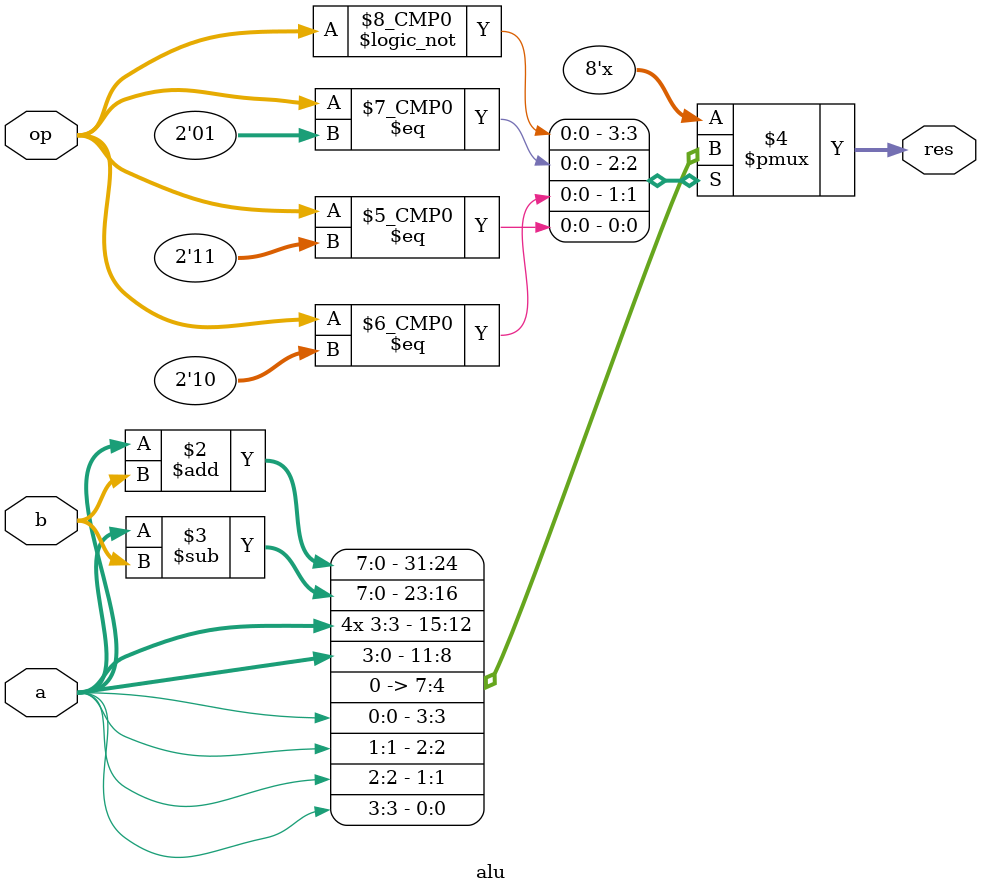
<source format=v>
`timescale 1ns / 1ps


module alu(
    input  wire [3:0] a,    // 操作数 A
    input  wire [3:0] b,    // 操作数 B
    input  wire [1:0] op,   // 操作码
    output reg  [7:0] res   // 结果输出 (8位宽，防止溢出)
);
    
    //============================================================================
    // 组合逻辑电路 (Combinational Logic)
    //============================================================================
    // 使用 always @(*) 描述纯组合逻辑，敏感列表自动推断。
    always @(*) begin
        case(op)
            //--------------------------------------------------------------------
            // OP 00: 加法 (Addition)
            //--------------------------------------------------------------------
            // 4-bit + 4-bit -> 8-bit
            // 结果自动零扩展 (Zero Extension) 存入 8位 寄存器。
            2'b00: res = a + b;
            
            //--------------------------------------------------------------------
            // OP 01: 减法 (Subtraction)
            //--------------------------------------------------------------------
            // 4-bit - 4-bit -> 8-bit
            // 注意：此处按照无符号数处理。如果结果为负，在 8位 空间中表现为补码。
            // Example: 3 - 5 = -2 -> 8'b1111_1110 (in 8-bit 2's complement)
            // 但是 Verilog 默认行为可能导致仅低位计算后被零扩展，具体取决于综合器优化。
            2'b01: res = a - b;
            
            //--------------------------------------------------------------------
            // OP 10: 符号位扩展 (Sign Extension) - [关键语法]
            //--------------------------------------------------------------------
            // 语法: {{重复次数{内容}}, 原始内容}
            // 逻辑: 取 a 的最高位 (MSB, a[3]) 重复 4 次，拼接到 a 的高位。
            // 目的: 将 4位 有符号数无损转换为 8位 有符号数。
            // Example: a=1000 (-8) -> res=1111_1000 (-8)
            
            2'b10: res = {{4{a[3]}}, a};
            
            //--------------------------------------------------------------------
            // OP 11: 比特翻转 (Bit Reversal) - [关键语法]
            //--------------------------------------------------------------------
            // 语法: {信号1, 信号2, ...} (位拼接 Concatenation)
            // 逻辑: 将 a 的位序完全颠倒 (LSB <-> MSB)，高 4 位补零。
            // 应用: 常用于 FFT 算法中的倒位序地址生成或大小端转换。
            // Logic: High 4-bits=0, Low 4-bits=Reverse(a)
            2'b11: res = {4'b0, a[0], a[1], a[2], a[3]};
            
            //--------------------------------------------------------------------
            // Default: 安全防护
            //--------------------------------------------------------------------
            // 防止产生意外的锁存器 (Latch)。
            default: res = 8'b0;
        endcase
    end
    
endmodule
</source>
